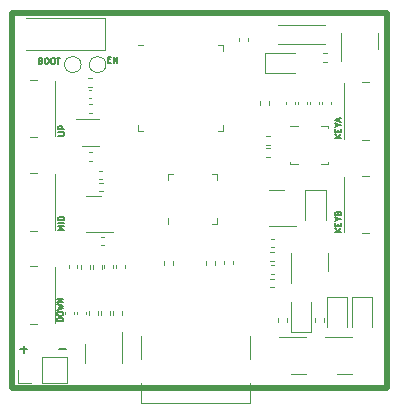
<source format=gbr>
%TF.GenerationSoftware,KiCad,Pcbnew,(6.0.0-rc1-323-gb9e66d8b98)*%
%TF.CreationDate,2021-12-09T23:12:50+08:00*%
%TF.ProjectId,Xterminal,58746572-6d69-46e6-916c-2e6b69636164,rev?*%
%TF.SameCoordinates,PXb340ac0PY76b1be0*%
%TF.FileFunction,Legend,Top*%
%TF.FilePolarity,Positive*%
%FSLAX46Y46*%
G04 Gerber Fmt 4.6, Leading zero omitted, Abs format (unit mm)*
G04 Created by KiCad (PCBNEW (6.0.0-rc1-323-gb9e66d8b98)) date 2021-12-09 23:12:50*
%MOMM*%
%LPD*%
G01*
G04 APERTURE LIST*
%ADD10C,0.127000*%
%TA.AperFunction,Profile*%
%ADD11C,0.500000*%
%TD*%
%ADD12C,0.120000*%
%ADD13C,0.076200*%
G04 APERTURE END LIST*
D10*
X667657Y3272972D02*
X1248228Y3272972D01*
X957942Y2982686D02*
X957942Y3563258D01*
X3933371Y3272972D02*
X4513942Y3272972D01*
X27814209Y13237029D02*
X27306209Y13237029D01*
X27814209Y13527315D02*
X27523923Y13309600D01*
X27306209Y13527315D02*
X27596495Y13237029D01*
X27548114Y13745029D02*
X27548114Y13914362D01*
X27814209Y13986934D02*
X27814209Y13745029D01*
X27306209Y13745029D01*
X27306209Y13986934D01*
X27572304Y14301410D02*
X27814209Y14301410D01*
X27306209Y14132077D02*
X27572304Y14301410D01*
X27306209Y14470743D01*
X27548114Y14809410D02*
X27572304Y14881981D01*
X27596495Y14906172D01*
X27644876Y14930362D01*
X27717447Y14930362D01*
X27765828Y14906172D01*
X27790019Y14881981D01*
X27814209Y14833600D01*
X27814209Y14640077D01*
X27306209Y14640077D01*
X27306209Y14809410D01*
X27330400Y14857791D01*
X27354590Y14881981D01*
X27402971Y14906172D01*
X27451352Y14906172D01*
X27499733Y14881981D01*
X27523923Y14857791D01*
X27548114Y14809410D01*
X27548114Y14640077D01*
X27814209Y21198115D02*
X27306209Y21198115D01*
X27814209Y21488400D02*
X27523923Y21270686D01*
X27306209Y21488400D02*
X27596495Y21198115D01*
X27548114Y21706115D02*
X27548114Y21875448D01*
X27814209Y21948020D02*
X27814209Y21706115D01*
X27306209Y21706115D01*
X27306209Y21948020D01*
X27572304Y22262496D02*
X27814209Y22262496D01*
X27306209Y22093162D02*
X27572304Y22262496D01*
X27306209Y22431829D01*
X27669066Y22576972D02*
X27669066Y22818877D01*
X27814209Y22528591D02*
X27306209Y22697924D01*
X27814209Y22867258D01*
X3887409Y21368658D02*
X4298647Y21368658D01*
X4347028Y21392848D01*
X4371219Y21417039D01*
X4395409Y21465420D01*
X4395409Y21562181D01*
X4371219Y21610562D01*
X4347028Y21634753D01*
X4298647Y21658943D01*
X3887409Y21658943D01*
X4395409Y21900848D02*
X3887409Y21900848D01*
X3887409Y22094372D01*
X3911600Y22142753D01*
X3935790Y22166943D01*
X3984171Y22191134D01*
X4056742Y22191134D01*
X4105123Y22166943D01*
X4129314Y22142753D01*
X4153504Y22094372D01*
X4153504Y21900848D01*
X4370009Y13400315D02*
X3862009Y13400315D01*
X4224866Y13569648D01*
X3862009Y13738981D01*
X4370009Y13738981D01*
X4370009Y13980886D02*
X3862009Y13980886D01*
X4370009Y14222791D02*
X3862009Y14222791D01*
X3862009Y14343743D01*
X3886200Y14416315D01*
X3934580Y14464696D01*
X3982961Y14488886D01*
X4079723Y14513077D01*
X4152295Y14513077D01*
X4249057Y14488886D01*
X4297438Y14464696D01*
X4345819Y14416315D01*
X4370009Y14343743D01*
X4370009Y14222791D01*
X4293809Y5648477D02*
X3785809Y5648477D01*
X3785809Y5769429D01*
X3810000Y5842000D01*
X3858380Y5890381D01*
X3906761Y5914572D01*
X4003523Y5938762D01*
X4076095Y5938762D01*
X4172857Y5914572D01*
X4221238Y5890381D01*
X4269619Y5842000D01*
X4293809Y5769429D01*
X4293809Y5648477D01*
X3785809Y6253239D02*
X3785809Y6350000D01*
X3810000Y6398381D01*
X3858380Y6446762D01*
X3955142Y6470953D01*
X4124476Y6470953D01*
X4221238Y6446762D01*
X4269619Y6398381D01*
X4293809Y6350000D01*
X4293809Y6253239D01*
X4269619Y6204858D01*
X4221238Y6156477D01*
X4124476Y6132286D01*
X3955142Y6132286D01*
X3858380Y6156477D01*
X3810000Y6204858D01*
X3785809Y6253239D01*
X3785809Y6640286D02*
X4293809Y6761239D01*
X3930952Y6858000D01*
X4293809Y6954762D01*
X3785809Y7075715D01*
X4293809Y7269239D02*
X3785809Y7269239D01*
X4293809Y7559524D01*
X3785809Y7559524D01*
X8108647Y27823886D02*
X8277980Y27823886D01*
X8350552Y27557791D02*
X8108647Y27557791D01*
X8108647Y28065791D01*
X8350552Y28065791D01*
X8568266Y27557791D02*
X8568266Y28065791D01*
X8858552Y27557791D01*
X8858552Y28065791D01*
X2409371Y27722286D02*
X2481942Y27698096D01*
X2506133Y27673905D01*
X2530323Y27625524D01*
X2530323Y27552953D01*
X2506133Y27504572D01*
X2481942Y27480381D01*
X2433561Y27456191D01*
X2240038Y27456191D01*
X2240038Y27964191D01*
X2409371Y27964191D01*
X2457752Y27940000D01*
X2481942Y27915810D01*
X2506133Y27867429D01*
X2506133Y27819048D01*
X2481942Y27770667D01*
X2457752Y27746477D01*
X2409371Y27722286D01*
X2240038Y27722286D01*
X2844800Y27964191D02*
X2941561Y27964191D01*
X2989942Y27940000D01*
X3038323Y27891620D01*
X3062514Y27794858D01*
X3062514Y27625524D01*
X3038323Y27528762D01*
X2989942Y27480381D01*
X2941561Y27456191D01*
X2844800Y27456191D01*
X2796419Y27480381D01*
X2748038Y27528762D01*
X2723847Y27625524D01*
X2723847Y27794858D01*
X2748038Y27891620D01*
X2796419Y27940000D01*
X2844800Y27964191D01*
X3376990Y27964191D02*
X3473752Y27964191D01*
X3522133Y27940000D01*
X3570514Y27891620D01*
X3594704Y27794858D01*
X3594704Y27625524D01*
X3570514Y27528762D01*
X3522133Y27480381D01*
X3473752Y27456191D01*
X3376990Y27456191D01*
X3328609Y27480381D01*
X3280228Y27528762D01*
X3256038Y27625524D01*
X3256038Y27794858D01*
X3280228Y27891620D01*
X3328609Y27940000D01*
X3376990Y27964191D01*
X3739847Y27964191D02*
X4030133Y27964191D01*
X3884990Y27456191D02*
X3884990Y27964191D01*
D11*
X0Y31750000D02*
X31750000Y31750000D01*
X31750000Y31750000D02*
X31750000Y0D01*
X31750000Y0D02*
X0Y0D01*
X0Y0D02*
X0Y31750000D01*
D12*
%TO.C,U1*%
X17359000Y29010000D02*
X17834000Y29010000D01*
X17834000Y29010000D02*
X17834000Y28535000D01*
X11089000Y21790000D02*
X10614000Y21790000D01*
X10614000Y21790000D02*
X10614000Y22265000D01*
X17359000Y21790000D02*
X17834000Y21790000D01*
X17834000Y21790000D02*
X17834000Y22265000D01*
X11089000Y29010000D02*
X10614000Y29010000D01*
D13*
%TO.C,U5*%
X6134000Y2956000D02*
X6134000Y3756000D01*
X6134000Y2956000D02*
X6134000Y2156000D01*
X9254000Y2956000D02*
X9254000Y2156000D01*
X9254000Y2956000D02*
X9254000Y4756000D01*
%TO.C,Q6*%
X6858000Y13172000D02*
X8533000Y13172000D01*
X6858000Y13172000D02*
X6208000Y13172000D01*
X6858000Y16292000D02*
X7508000Y16292000D01*
X6858000Y16292000D02*
X6208000Y16292000D01*
%TO.C,C1*%
X19918000Y29639335D02*
X19918000Y29407665D01*
X19198000Y29639335D02*
X19198000Y29407665D01*
%TO.C,R7*%
X21840879Y9270000D02*
X22176121Y9270000D01*
X21840879Y8510000D02*
X22176121Y8510000D01*
%TO.C,D2*%
X24804000Y16740000D02*
X24804000Y14190000D01*
X26504000Y16740000D02*
X26504000Y14190000D01*
X26504000Y16740000D02*
X24804000Y16740000D01*
%TO.C,D1*%
X21398000Y26673000D02*
X23948000Y26673000D01*
X21398000Y28373000D02*
X21398000Y26673000D01*
X21398000Y28373000D02*
X23948000Y28373000D01*
%TO.C,C2*%
X23916000Y24014165D02*
X23916000Y24245835D01*
X23196000Y24014165D02*
X23196000Y24245835D01*
%TO.C,SW4*%
X-72000Y26010000D02*
X-72000Y25085000D01*
X3628000Y26010000D02*
X3628000Y21310000D01*
X2053000Y21210000D02*
X1503000Y21210000D01*
X-72000Y22235000D02*
X-72000Y21310000D01*
X2053000Y26110000D02*
X1503000Y26110000D01*
%TO.C,C12*%
X5486000Y10397835D02*
X5486000Y10166165D01*
X4766000Y10397835D02*
X4766000Y10166165D01*
%TO.C,R20*%
X7287879Y16638000D02*
X7623121Y16638000D01*
X7287879Y17398000D02*
X7623121Y17398000D01*
%TO.C,Q3*%
X24215500Y4288000D02*
X22540500Y4288000D01*
X24215500Y1168000D02*
X23565500Y1168000D01*
X24215500Y4288000D02*
X24865500Y4288000D01*
X24215500Y1168000D02*
X24865500Y1168000D01*
%TO.C,R8*%
X6478000Y6182379D02*
X6478000Y6517621D01*
X7238000Y6182379D02*
X7238000Y6517621D01*
%TO.C,R18*%
X21840879Y11527332D02*
X22176121Y11527332D01*
X21840879Y10767332D02*
X22176121Y10767332D01*
%TO.C,R10*%
X16384000Y10410879D02*
X16384000Y10746121D01*
X17144000Y10410879D02*
X17144000Y10746121D01*
%TO.C,R16*%
X6771621Y19976000D02*
X6436379Y19976000D01*
X6771621Y19216000D02*
X6436379Y19216000D01*
%TO.C,U6*%
X17350000Y17625000D02*
X17350000Y18100000D01*
X17350000Y14355000D02*
X17350000Y13880000D01*
X13130000Y14355000D02*
X13130000Y13880000D01*
X13130000Y18100000D02*
X13605000Y18100000D01*
X13130000Y17625000D02*
X13130000Y18100000D01*
X17350000Y18100000D02*
X16875000Y18100000D01*
X17350000Y13880000D02*
X16875000Y13880000D01*
%TO.C,Q5*%
X5904000Y20468000D02*
X7304000Y20468000D01*
X7304000Y22788000D02*
X5404000Y22788000D01*
%TO.C,SW1*%
X31734000Y13184000D02*
X31734000Y14109000D01*
X29609000Y13084000D02*
X30159000Y13084000D01*
X31734000Y16959000D02*
X31734000Y17884000D01*
X29609000Y17984000D02*
X30159000Y17984000D01*
X28034000Y13184000D02*
X28034000Y17884000D01*
%TO.C,TP2*%
X5805400Y27381200D02*
G75*
G03*
X5805400Y27381200I-700000J0D01*
G01*
%TO.C,R3*%
X21433879Y19557500D02*
X21769121Y19557500D01*
X21433879Y20317500D02*
X21769121Y20317500D01*
%TO.C,C14*%
X7320954Y18385068D02*
X7552624Y18385068D01*
X7320954Y17665068D02*
X7552624Y17665068D01*
%TO.C,R1*%
X26613121Y27593000D02*
X26277879Y27593000D01*
X26613121Y28353000D02*
X26277879Y28353000D01*
%TO.C,R11*%
X26391500Y5892121D02*
X26391500Y5556879D01*
X25631500Y5892121D02*
X25631500Y5556879D01*
%TO.C,Q4*%
X28115500Y4288000D02*
X26440500Y4288000D01*
X28115500Y1168000D02*
X28765500Y1168000D01*
X28115500Y4288000D02*
X28765500Y4288000D01*
X28115500Y1168000D02*
X27465500Y1168000D01*
%TO.C,U2*%
X26081000Y22184000D02*
X26756000Y22184000D01*
X24211000Y18964000D02*
X23536000Y18964000D01*
X26081000Y18964000D02*
X26756000Y18964000D01*
X24211000Y22184000D02*
X23536000Y22184000D01*
X23536000Y18964000D02*
X23536000Y19139000D01*
X26756000Y22184000D02*
X26756000Y22009000D01*
X26756000Y18964000D02*
X26756000Y19139000D01*
%TO.C,C11*%
X9522000Y10153665D02*
X9522000Y10385335D01*
X8802000Y10153665D02*
X8802000Y10385335D01*
%TO.C,R14*%
X7538000Y10114379D02*
X7538000Y10449621D01*
X6778000Y10114379D02*
X6778000Y10449621D01*
%TO.C,D4*%
X6202000Y6465835D02*
X6202000Y6234165D01*
X5482000Y6465835D02*
X5482000Y6234165D01*
%TO.C,U3*%
X20074000Y-1245000D02*
X10914000Y-1245000D01*
X20074000Y460000D02*
X20074000Y-1245000D01*
X10914000Y4390000D02*
X10914000Y2470000D01*
X20074000Y2470000D02*
X20074000Y4390000D01*
X10914000Y-1245000D02*
X10914000Y460000D01*
%TO.C,C13*%
X17928000Y10492665D02*
X17928000Y10724335D01*
X18648000Y10492665D02*
X18648000Y10724335D01*
%TO.C,D5*%
X28361500Y7724500D02*
X28361500Y5174500D01*
X26661500Y7724500D02*
X26661500Y5174500D01*
X28361500Y7724500D02*
X26661500Y7724500D01*
%TO.C,R19*%
X7452379Y12066000D02*
X7787621Y12066000D01*
X7452379Y12826000D02*
X7787621Y12826000D01*
%TO.C,AE1*%
X7830000Y28612000D02*
X7830000Y31332000D01*
X7830000Y31332000D02*
X1120000Y31332000D01*
X1120000Y28612000D02*
X7830000Y28612000D01*
%TO.C,BZ1*%
X22444000Y30703000D02*
X26444000Y30703000D01*
X26444000Y29103000D02*
X22444000Y29103000D01*
%TO.C,R6*%
X8544000Y6515121D02*
X8544000Y6179879D01*
X9304000Y6515121D02*
X9304000Y6179879D01*
%TO.C,R9*%
X8254000Y6517621D02*
X8254000Y6182379D01*
X7494000Y6517621D02*
X7494000Y6182379D01*
%TO.C,C4*%
X25948000Y24014165D02*
X25948000Y24245835D01*
X25228000Y24014165D02*
X25228000Y24245835D01*
%TO.C,R4*%
X21716000Y23962379D02*
X21716000Y24297621D01*
X20956000Y23962379D02*
X20956000Y24297621D01*
%TO.C,SW5*%
X3628000Y10210000D02*
X3628000Y5510000D01*
X-72000Y10210000D02*
X-72000Y9285000D01*
X-72000Y6435000D02*
X-72000Y5510000D01*
X2053000Y5410000D02*
X1503000Y5410000D01*
X2053000Y10310000D02*
X1503000Y10310000D01*
%TO.C,C3*%
X24212000Y24014165D02*
X24212000Y24245835D01*
X24932000Y24014165D02*
X24932000Y24245835D01*
%TO.C,C8*%
X21872665Y12636000D02*
X22104335Y12636000D01*
X21872665Y11916000D02*
X22104335Y11916000D01*
%TO.C,U4*%
X26706000Y10668000D02*
X26706000Y11468000D01*
X23586000Y10668000D02*
X23586000Y8868000D01*
X23586000Y10668000D02*
X23586000Y11468000D01*
X26706000Y10668000D02*
X26706000Y9868000D01*
%TO.C,SW3*%
X28034000Y21103000D02*
X28034000Y25803000D01*
X31734000Y21103000D02*
X31734000Y22028000D01*
X29609000Y25903000D02*
X30159000Y25903000D01*
X29609000Y21003000D02*
X30159000Y21003000D01*
X31734000Y24878000D02*
X31734000Y25803000D01*
%TO.C,R15*%
X5762000Y10449621D02*
X5762000Y10114379D01*
X6522000Y10449621D02*
X6522000Y10114379D01*
%TO.C,Q1*%
X27838000Y29385500D02*
X27838000Y27710500D01*
X30958000Y29385500D02*
X30958000Y30035500D01*
X27838000Y29385500D02*
X27838000Y30035500D01*
X30958000Y29385500D02*
X30958000Y28735500D01*
%TO.C,C6*%
X6676335Y24514000D02*
X6444665Y24514000D01*
X6676335Y25234000D02*
X6444665Y25234000D01*
%TO.C,C5*%
X26964000Y24014165D02*
X26964000Y24245835D01*
X26244000Y24014165D02*
X26244000Y24245835D01*
%TO.C,C9*%
X21872665Y9658666D02*
X22104335Y9658666D01*
X21872665Y10378666D02*
X22104335Y10378666D01*
%TO.C,R2*%
X21769121Y21333500D02*
X21433879Y21333500D01*
X21769121Y20573500D02*
X21433879Y20573500D01*
%TO.C,J1*%
X4600000Y464000D02*
X4600000Y2584000D01*
X2540000Y464000D02*
X2540000Y2584000D01*
X480000Y464000D02*
X480000Y1524000D01*
X2540000Y2584000D02*
X4600000Y2584000D01*
X1540000Y464000D02*
X480000Y464000D01*
X2540000Y464000D02*
X4600000Y464000D01*
%TO.C,R5*%
X6392879Y25510000D02*
X6728121Y25510000D01*
X6392879Y26270000D02*
X6728121Y26270000D01*
%TO.C,R17*%
X6771621Y23280000D02*
X6436379Y23280000D01*
X6771621Y24040000D02*
X6436379Y24040000D01*
%TO.C,R12*%
X23241500Y5554379D02*
X23241500Y5889621D01*
X22481500Y5554379D02*
X22481500Y5889621D01*
%TO.C,TP1*%
X7913600Y27381200D02*
G75*
G03*
X7913600Y27381200I-700000J0D01*
G01*
%TO.C,D6*%
X30411500Y7722000D02*
X28711500Y7722000D01*
X30411500Y7722000D02*
X30411500Y5172000D01*
X28711500Y7722000D02*
X28711500Y5172000D01*
%TO.C,R13*%
X12828000Y10410879D02*
X12828000Y10746121D01*
X13588000Y10410879D02*
X13588000Y10746121D01*
%TO.C,SW2*%
X3628000Y18098000D02*
X3628000Y13398000D01*
X-72000Y14323000D02*
X-72000Y13398000D01*
X2053000Y18198000D02*
X1503000Y18198000D01*
X-72000Y18098000D02*
X-72000Y17173000D01*
X2053000Y13298000D02*
X1503000Y13298000D01*
%TO.C,C10*%
X7786000Y10153665D02*
X7786000Y10385335D01*
X8506000Y10153665D02*
X8506000Y10385335D01*
%TO.C,Q2*%
X22352000Y13680000D02*
X24027000Y13680000D01*
X22352000Y16800000D02*
X23002000Y16800000D01*
X22352000Y16800000D02*
X21702000Y16800000D01*
X22352000Y13680000D02*
X21702000Y13680000D01*
%TO.C,D3*%
X23577500Y4727500D02*
X23577500Y7277500D01*
X23577500Y4727500D02*
X25277500Y4727500D01*
X25277500Y4727500D02*
X25277500Y7277500D01*
%TO.C,C7*%
X4464000Y6465835D02*
X4464000Y6234165D01*
X5184000Y6465835D02*
X5184000Y6234165D01*
%TD*%
M02*

</source>
